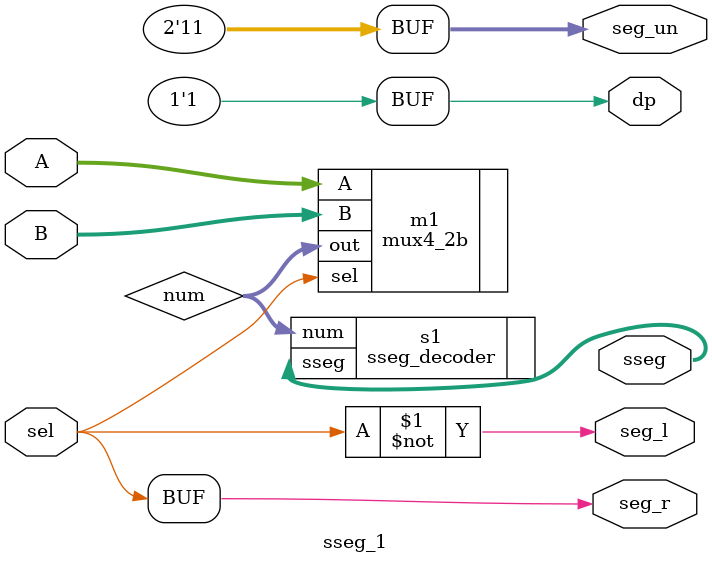
<source format=sv>
`timescale 1ns / 1ps


module sseg_1(
    input [3:0] A,
    input [3:0] B,
    input sel,
    output [1:0] seg_un,
    output dp,
    output [6:0] sseg,
    output seg_r,
    output seg_l
    );
    
    wire [3:0] num;
    
    mux4_2b m1(
    .A(A), .B(B), 
    .sel(sel), .out(num)
    );
    
    sseg_decoder s1(
    .num(num), .sseg(sseg)
    );
    
    assign seg_r = sel;
    assign seg_l = ~sel;
    assign dp=1'b1 ;
    assign seg_un = 2'b11;
endmodule

</source>
